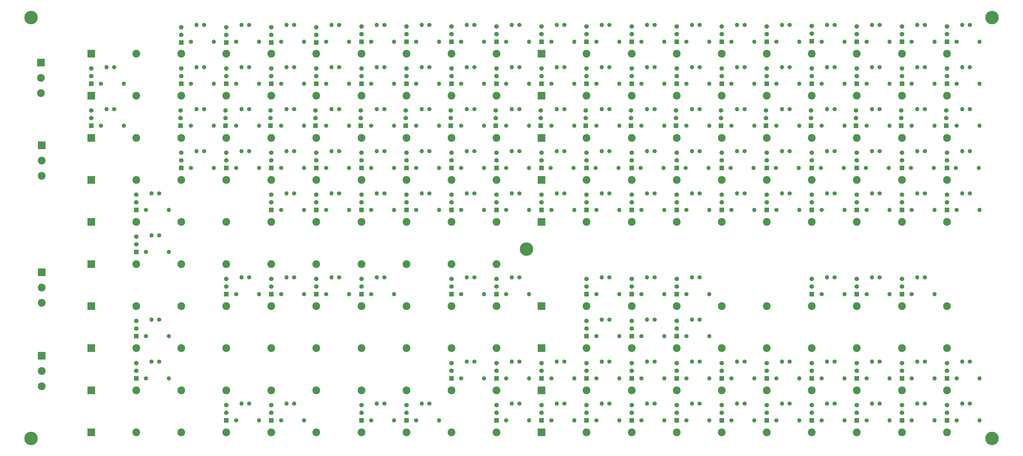
<source format=gbr>
G04 #@! TF.GenerationSoftware,KiCad,Pcbnew,(5.0.0)*
G04 #@! TF.CreationDate,2019-09-22T13:40:32+01:00*
G04 #@! TF.ProjectId,Displayv2,446973706C617976322E6B696361645F,rev?*
G04 #@! TF.SameCoordinates,Original*
G04 #@! TF.FileFunction,Soldermask,Bot*
G04 #@! TF.FilePolarity,Negative*
%FSLAX46Y46*%
G04 Gerber Fmt 4.6, Leading zero omitted, Abs format (unit mm)*
G04 Created by KiCad (PCBNEW (5.0.0)) date 09/22/19 13:40:32*
%MOMM*%
%LPD*%
G01*
G04 APERTURE LIST*
%ADD10O,1.400000X1.400000*%
%ADD11C,1.400000*%
%ADD12C,1.500000*%
%ADD13R,1.500000X1.500000*%
%ADD14R,2.600000X2.600000*%
%ADD15C,2.600000*%
%ADD16C,4.500000*%
G04 APERTURE END LIST*
D10*
G04 #@! TO.C,R56*
X300870000Y-71000000D03*
D11*
X293250000Y-71000000D03*
G04 #@! TD*
G04 #@! TO.C,R194*
X263250000Y-169000000D03*
D10*
X270870000Y-169000000D03*
G04 #@! TD*
D11*
G04 #@! TO.C,R201*
X368250000Y-169000000D03*
D10*
X375870000Y-169000000D03*
G04 #@! TD*
D11*
G04 #@! TO.C,R195*
X278250000Y-169000000D03*
D10*
X285870000Y-169000000D03*
G04 #@! TD*
D11*
G04 #@! TO.C,R185*
X128250000Y-169000000D03*
D10*
X135870000Y-169000000D03*
G04 #@! TD*
D11*
G04 #@! TO.C,R189*
X188250000Y-169000000D03*
D10*
X195870000Y-169000000D03*
G04 #@! TD*
D11*
G04 #@! TO.C,R192*
X233250000Y-169000000D03*
D10*
X240870000Y-169000000D03*
G04 #@! TD*
D11*
G04 #@! TO.C,R200*
X353250000Y-169000000D03*
D10*
X360870000Y-169000000D03*
G04 #@! TD*
D11*
G04 #@! TO.C,R193*
X248250000Y-169000000D03*
D10*
X255870000Y-169000000D03*
G04 #@! TD*
D11*
G04 #@! TO.C,R198*
X323250000Y-169000000D03*
D10*
X330870000Y-169000000D03*
G04 #@! TD*
D11*
G04 #@! TO.C,R191*
X218250000Y-169000000D03*
D10*
X225870000Y-169000000D03*
G04 #@! TD*
D11*
G04 #@! TO.C,R196*
X293250000Y-169000000D03*
D10*
X300870000Y-169000000D03*
G04 #@! TD*
D11*
G04 #@! TO.C,R199*
X338250000Y-169000000D03*
D10*
X345870000Y-169000000D03*
G04 #@! TD*
D11*
G04 #@! TO.C,R188*
X173250000Y-169000000D03*
D10*
X180870000Y-169000000D03*
G04 #@! TD*
D11*
G04 #@! TO.C,R197*
X308250000Y-169000000D03*
D10*
X315870000Y-169000000D03*
G04 #@! TD*
D11*
G04 #@! TO.C,R186*
X143250000Y-169000000D03*
D10*
X150870000Y-169000000D03*
G04 #@! TD*
D11*
G04 #@! TO.C,R181*
X368250000Y-155000000D03*
D10*
X375870000Y-155000000D03*
G04 #@! TD*
D11*
G04 #@! TO.C,R175*
X278250000Y-155000000D03*
D10*
X285870000Y-155000000D03*
G04 #@! TD*
D11*
G04 #@! TO.C,R174*
X263250000Y-155000000D03*
D10*
X270870000Y-155000000D03*
G04 #@! TD*
D11*
G04 #@! TO.C,R179*
X338250000Y-155000000D03*
D10*
X345870000Y-155000000D03*
G04 #@! TD*
D11*
G04 #@! TO.C,R180*
X353250000Y-155000000D03*
D10*
X360870000Y-155000000D03*
G04 #@! TD*
D11*
G04 #@! TO.C,R173*
X248250000Y-155000000D03*
D10*
X255870000Y-155000000D03*
G04 #@! TD*
D11*
G04 #@! TO.C,R176*
X293250000Y-155000000D03*
D10*
X300870000Y-155000000D03*
G04 #@! TD*
D11*
G04 #@! TO.C,R171*
X218250000Y-155000000D03*
D10*
X225870000Y-155000000D03*
G04 #@! TD*
D11*
G04 #@! TO.C,R178*
X323250000Y-155000000D03*
D10*
X330870000Y-155000000D03*
G04 #@! TD*
D11*
G04 #@! TO.C,R172*
X233250000Y-155000000D03*
D10*
X240870000Y-155000000D03*
G04 #@! TD*
D11*
G04 #@! TO.C,R163*
X98250000Y-155000000D03*
D10*
X105870000Y-155000000D03*
G04 #@! TD*
D11*
G04 #@! TO.C,R170*
X203250000Y-155000000D03*
D10*
X210870000Y-155000000D03*
G04 #@! TD*
D11*
G04 #@! TO.C,R177*
X308250000Y-155000000D03*
D10*
X315870000Y-155000000D03*
G04 #@! TD*
D11*
G04 #@! TO.C,R155*
X278250000Y-141000000D03*
D10*
X285870000Y-141000000D03*
G04 #@! TD*
D11*
G04 #@! TO.C,R154*
X263250000Y-141000000D03*
D10*
X270870000Y-141000000D03*
G04 #@! TD*
D11*
G04 #@! TO.C,R153*
X248250000Y-141000000D03*
D10*
X255870000Y-141000000D03*
G04 #@! TD*
D11*
G04 #@! TO.C,R143*
X98250000Y-141000000D03*
D10*
X105870000Y-141000000D03*
G04 #@! TD*
D11*
G04 #@! TO.C,R135*
X278250000Y-127000000D03*
D10*
X285870000Y-127000000D03*
G04 #@! TD*
D11*
G04 #@! TO.C,R139*
X338250000Y-127000000D03*
D10*
X345870000Y-127000000D03*
G04 #@! TD*
D11*
G04 #@! TO.C,R134*
X263250000Y-127000000D03*
D10*
X270870000Y-127000000D03*
G04 #@! TD*
D11*
G04 #@! TO.C,R140*
X353250000Y-127000000D03*
D10*
X360870000Y-127000000D03*
G04 #@! TD*
D11*
G04 #@! TO.C,R133*
X248250000Y-127000000D03*
D10*
X255870000Y-127000000D03*
G04 #@! TD*
D11*
G04 #@! TO.C,R138*
X323250000Y-127000000D03*
D10*
X330870000Y-127000000D03*
G04 #@! TD*
D11*
G04 #@! TO.C,R131*
X218250000Y-127000000D03*
D10*
X225870000Y-127000000D03*
G04 #@! TD*
D11*
G04 #@! TO.C,R126*
X143250000Y-127000000D03*
D10*
X150870000Y-127000000D03*
G04 #@! TD*
D11*
G04 #@! TO.C,R128*
X173250000Y-127000000D03*
D10*
X180870000Y-127000000D03*
G04 #@! TD*
D11*
G04 #@! TO.C,R125*
X128250000Y-127000000D03*
D10*
X135870000Y-127000000D03*
G04 #@! TD*
D11*
G04 #@! TO.C,R127*
X158250000Y-127000000D03*
D10*
X165870000Y-127000000D03*
G04 #@! TD*
D11*
G04 #@! TO.C,R130*
X203250000Y-127000000D03*
D10*
X210870000Y-127000000D03*
G04 #@! TD*
D11*
G04 #@! TO.C,R103*
X98250000Y-113000000D03*
D10*
X105870000Y-113000000D03*
G04 #@! TD*
D11*
G04 #@! TO.C,R93*
X248250000Y-99000000D03*
D10*
X255870000Y-99000000D03*
G04 #@! TD*
D11*
G04 #@! TO.C,R92*
X233250000Y-99000000D03*
D10*
X240870000Y-99000000D03*
G04 #@! TD*
D11*
G04 #@! TO.C,R97*
X308250000Y-99000000D03*
D10*
X315870000Y-99000000D03*
G04 #@! TD*
D11*
G04 #@! TO.C,R98*
X323250000Y-99000000D03*
D10*
X330870000Y-99000000D03*
G04 #@! TD*
D11*
G04 #@! TO.C,R99*
X338250000Y-99000000D03*
D10*
X345870000Y-99000000D03*
G04 #@! TD*
D11*
G04 #@! TO.C,R96*
X293250000Y-99000000D03*
D10*
X300870000Y-99000000D03*
G04 #@! TD*
D11*
G04 #@! TO.C,R101*
X368250000Y-99000000D03*
D10*
X375870000Y-99000000D03*
G04 #@! TD*
D11*
G04 #@! TO.C,R100*
X353250000Y-99000000D03*
D10*
X360870000Y-99000000D03*
G04 #@! TD*
D11*
G04 #@! TO.C,R94*
X263250000Y-99000000D03*
D10*
X270870000Y-99000000D03*
G04 #@! TD*
D11*
G04 #@! TO.C,R95*
X278250000Y-99000000D03*
D10*
X285870000Y-99000000D03*
G04 #@! TD*
D11*
G04 #@! TO.C,R86*
X143250000Y-99000000D03*
D10*
X150870000Y-99000000D03*
G04 #@! TD*
D11*
G04 #@! TO.C,R88*
X173250000Y-99000000D03*
D10*
X180870000Y-99000000D03*
G04 #@! TD*
D11*
G04 #@! TO.C,R91*
X218250000Y-99000000D03*
D10*
X225870000Y-99000000D03*
G04 #@! TD*
D11*
G04 #@! TO.C,R89*
X188250000Y-99000000D03*
D10*
X195870000Y-99000000D03*
G04 #@! TD*
D11*
G04 #@! TO.C,R90*
X203250000Y-99000000D03*
D10*
X210870000Y-99000000D03*
G04 #@! TD*
D11*
G04 #@! TO.C,R83*
X98250000Y-99000000D03*
D10*
X105870000Y-99000000D03*
G04 #@! TD*
D11*
G04 #@! TO.C,R87*
X158250000Y-99000000D03*
D10*
X165870000Y-99000000D03*
G04 #@! TD*
D11*
G04 #@! TO.C,R79*
X338000000Y-85000000D03*
D10*
X345620000Y-85000000D03*
G04 #@! TD*
D11*
G04 #@! TO.C,R77*
X308000000Y-85000000D03*
D10*
X315620000Y-85000000D03*
G04 #@! TD*
D11*
G04 #@! TO.C,R80*
X353000000Y-85000000D03*
D10*
X360620000Y-85000000D03*
G04 #@! TD*
D11*
G04 #@! TO.C,R81*
X368000000Y-85000000D03*
D10*
X375620000Y-85000000D03*
G04 #@! TD*
D11*
G04 #@! TO.C,R76*
X293000000Y-85000000D03*
D10*
X300620000Y-85000000D03*
G04 #@! TD*
D11*
G04 #@! TO.C,R78*
X323000000Y-85000000D03*
D10*
X330620000Y-85000000D03*
G04 #@! TD*
D11*
G04 #@! TO.C,R73*
X248000000Y-85000000D03*
D10*
X255620000Y-85000000D03*
G04 #@! TD*
D11*
G04 #@! TO.C,R72*
X233000000Y-85000000D03*
D10*
X240620000Y-85000000D03*
G04 #@! TD*
D11*
G04 #@! TO.C,R75*
X278000000Y-85000000D03*
D10*
X285620000Y-85000000D03*
G04 #@! TD*
D11*
G04 #@! TO.C,R74*
X263000000Y-85000000D03*
D10*
X270620000Y-85000000D03*
G04 #@! TD*
D11*
G04 #@! TO.C,R68*
X173250000Y-85000000D03*
D10*
X180870000Y-85000000D03*
G04 #@! TD*
D11*
G04 #@! TO.C,R64*
X113250000Y-85000000D03*
D10*
X120870000Y-85000000D03*
G04 #@! TD*
D11*
G04 #@! TO.C,R66*
X143250000Y-85000000D03*
D10*
X150870000Y-85000000D03*
G04 #@! TD*
D11*
G04 #@! TO.C,R65*
X128250000Y-85000000D03*
D10*
X135870000Y-85000000D03*
G04 #@! TD*
D11*
G04 #@! TO.C,R70*
X203250000Y-85000000D03*
D10*
X210870000Y-85000000D03*
G04 #@! TD*
D11*
G04 #@! TO.C,R69*
X188250000Y-85000000D03*
D10*
X195870000Y-85000000D03*
G04 #@! TD*
D11*
G04 #@! TO.C,R67*
X158250000Y-85000000D03*
D10*
X165870000Y-85000000D03*
G04 #@! TD*
D11*
G04 #@! TO.C,R71*
X218250000Y-85000000D03*
D10*
X225870000Y-85000000D03*
G04 #@! TD*
D11*
G04 #@! TO.C,R4*
X113250000Y-43000000D03*
D10*
X120870000Y-43000000D03*
G04 #@! TD*
D11*
G04 #@! TO.C,R5*
X128250000Y-43000000D03*
D10*
X135870000Y-43000000D03*
G04 #@! TD*
D11*
G04 #@! TO.C,R6*
X143250000Y-43000000D03*
D10*
X150870000Y-43000000D03*
G04 #@! TD*
D11*
G04 #@! TO.C,R7*
X158250000Y-43000000D03*
D10*
X165870000Y-43000000D03*
G04 #@! TD*
D11*
G04 #@! TO.C,R8*
X173250000Y-43000000D03*
D10*
X180870000Y-43000000D03*
G04 #@! TD*
D11*
G04 #@! TO.C,R9*
X188250000Y-43000000D03*
D10*
X195870000Y-43000000D03*
G04 #@! TD*
D11*
G04 #@! TO.C,R10*
X203250000Y-43000000D03*
D10*
X210870000Y-43000000D03*
G04 #@! TD*
D11*
G04 #@! TO.C,R11*
X218250000Y-43000000D03*
D10*
X225870000Y-43000000D03*
G04 #@! TD*
D11*
G04 #@! TO.C,R12*
X233250000Y-43000000D03*
D10*
X240870000Y-43000000D03*
G04 #@! TD*
D11*
G04 #@! TO.C,R13*
X248250000Y-43000000D03*
D10*
X255870000Y-43000000D03*
G04 #@! TD*
D11*
G04 #@! TO.C,R14*
X263250000Y-43000000D03*
D10*
X270870000Y-43000000D03*
G04 #@! TD*
D11*
G04 #@! TO.C,R15*
X278250000Y-43000000D03*
D10*
X285870000Y-43000000D03*
G04 #@! TD*
D11*
G04 #@! TO.C,R16*
X293250000Y-43000000D03*
D10*
X300870000Y-43000000D03*
G04 #@! TD*
D11*
G04 #@! TO.C,R17*
X308250000Y-43000000D03*
D10*
X315870000Y-43000000D03*
G04 #@! TD*
D11*
G04 #@! TO.C,R18*
X323250000Y-43000000D03*
D10*
X330870000Y-43000000D03*
G04 #@! TD*
D11*
G04 #@! TO.C,R19*
X338250000Y-43000000D03*
D10*
X345870000Y-43000000D03*
G04 #@! TD*
D11*
G04 #@! TO.C,R20*
X353250000Y-43000000D03*
D10*
X360870000Y-43000000D03*
G04 #@! TD*
D11*
G04 #@! TO.C,R21*
X368250000Y-43000000D03*
D10*
X375870000Y-43000000D03*
G04 #@! TD*
D11*
G04 #@! TO.C,R22*
X83250000Y-57000000D03*
D10*
X90870000Y-57000000D03*
G04 #@! TD*
D11*
G04 #@! TO.C,R24*
X113250000Y-57000000D03*
D10*
X120870000Y-57000000D03*
G04 #@! TD*
D11*
G04 #@! TO.C,R25*
X128250000Y-57000000D03*
D10*
X135870000Y-57000000D03*
G04 #@! TD*
D11*
G04 #@! TO.C,R26*
X143250000Y-57000000D03*
D10*
X150870000Y-57000000D03*
G04 #@! TD*
D11*
G04 #@! TO.C,R27*
X158250000Y-57000000D03*
D10*
X165870000Y-57000000D03*
G04 #@! TD*
D11*
G04 #@! TO.C,R28*
X173250000Y-57000000D03*
D10*
X180870000Y-57000000D03*
G04 #@! TD*
D11*
G04 #@! TO.C,R29*
X188250000Y-57000000D03*
D10*
X195870000Y-57000000D03*
G04 #@! TD*
D11*
G04 #@! TO.C,R30*
X203250000Y-57000000D03*
D10*
X210870000Y-57000000D03*
G04 #@! TD*
D11*
G04 #@! TO.C,R31*
X218250000Y-57000000D03*
D10*
X225870000Y-57000000D03*
G04 #@! TD*
D11*
G04 #@! TO.C,R32*
X233250000Y-57000000D03*
D10*
X240870000Y-57000000D03*
G04 #@! TD*
D11*
G04 #@! TO.C,R33*
X248250000Y-57000000D03*
D10*
X255870000Y-57000000D03*
G04 #@! TD*
D11*
G04 #@! TO.C,R34*
X263250000Y-57000000D03*
D10*
X270870000Y-57000000D03*
G04 #@! TD*
D11*
G04 #@! TO.C,R35*
X278250000Y-57000000D03*
D10*
X285870000Y-57000000D03*
G04 #@! TD*
D11*
G04 #@! TO.C,R36*
X293250000Y-57000000D03*
D10*
X300870000Y-57000000D03*
G04 #@! TD*
D11*
G04 #@! TO.C,R37*
X308250000Y-57000000D03*
D10*
X315870000Y-57000000D03*
G04 #@! TD*
D11*
G04 #@! TO.C,R38*
X323250000Y-57000000D03*
D10*
X330870000Y-57000000D03*
G04 #@! TD*
D11*
G04 #@! TO.C,R39*
X338250000Y-57000000D03*
D10*
X345870000Y-57000000D03*
G04 #@! TD*
D11*
G04 #@! TO.C,R40*
X353250000Y-57000000D03*
D10*
X360870000Y-57000000D03*
G04 #@! TD*
D11*
G04 #@! TO.C,R41*
X368250000Y-57000000D03*
D10*
X375870000Y-57000000D03*
G04 #@! TD*
D11*
G04 #@! TO.C,R42*
X83250000Y-71000000D03*
D10*
X90870000Y-71000000D03*
G04 #@! TD*
D11*
G04 #@! TO.C,R44*
X113250000Y-71000000D03*
D10*
X120870000Y-71000000D03*
G04 #@! TD*
D11*
G04 #@! TO.C,R45*
X128250000Y-71000000D03*
D10*
X135870000Y-71000000D03*
G04 #@! TD*
D11*
G04 #@! TO.C,R46*
X143250000Y-71000000D03*
D10*
X150870000Y-71000000D03*
G04 #@! TD*
D11*
G04 #@! TO.C,R47*
X158250000Y-71000000D03*
D10*
X165870000Y-71000000D03*
G04 #@! TD*
D11*
G04 #@! TO.C,R48*
X173250000Y-71000000D03*
D10*
X180870000Y-71000000D03*
G04 #@! TD*
D11*
G04 #@! TO.C,R49*
X188250000Y-71000000D03*
D10*
X195870000Y-71000000D03*
G04 #@! TD*
D11*
G04 #@! TO.C,R50*
X203250000Y-71000000D03*
D10*
X210870000Y-71000000D03*
G04 #@! TD*
D11*
G04 #@! TO.C,R51*
X218250000Y-71000000D03*
D10*
X225870000Y-71000000D03*
G04 #@! TD*
D11*
G04 #@! TO.C,R52*
X233250000Y-71000000D03*
D10*
X240870000Y-71000000D03*
G04 #@! TD*
D11*
G04 #@! TO.C,R53*
X248250000Y-71000000D03*
D10*
X255870000Y-71000000D03*
G04 #@! TD*
D11*
G04 #@! TO.C,R54*
X263250000Y-71000000D03*
D10*
X270870000Y-71000000D03*
G04 #@! TD*
D11*
G04 #@! TO.C,R55*
X278250000Y-71000000D03*
D10*
X285870000Y-71000000D03*
G04 #@! TD*
D11*
G04 #@! TO.C,R57*
X308250000Y-71000000D03*
D10*
X315870000Y-71000000D03*
G04 #@! TD*
D11*
G04 #@! TO.C,R58*
X323250000Y-71000000D03*
D10*
X330870000Y-71000000D03*
G04 #@! TD*
D11*
G04 #@! TO.C,R59*
X338250000Y-71000000D03*
D10*
X345870000Y-71000000D03*
G04 #@! TD*
D11*
G04 #@! TO.C,R60*
X353250000Y-71000000D03*
D10*
X360870000Y-71000000D03*
G04 #@! TD*
D11*
G04 #@! TO.C,R61*
X368250000Y-71000000D03*
D10*
X375870000Y-71000000D03*
G04 #@! TD*
D12*
G04 #@! TO.C,Q3*
X110000000Y-40710000D03*
X110000000Y-38170000D03*
D13*
X110000000Y-43250000D03*
G04 #@! TD*
D12*
G04 #@! TO.C,Q194*
X275000000Y-166460000D03*
X275000000Y-163920000D03*
D13*
X275000000Y-169000000D03*
G04 #@! TD*
D12*
G04 #@! TO.C,Q193*
X260000000Y-166460000D03*
X260000000Y-163920000D03*
D13*
X260000000Y-169000000D03*
G04 #@! TD*
D12*
G04 #@! TO.C,Q192*
X245000000Y-166460000D03*
X245000000Y-163920000D03*
D13*
X245000000Y-169000000D03*
G04 #@! TD*
D12*
G04 #@! TO.C,Q191*
X230000000Y-166460000D03*
X230000000Y-163920000D03*
D13*
X230000000Y-169000000D03*
G04 #@! TD*
D12*
G04 #@! TO.C,Q197*
X320000000Y-166460000D03*
X320000000Y-163920000D03*
D13*
X320000000Y-169000000D03*
G04 #@! TD*
D12*
G04 #@! TO.C,Q187*
X170000000Y-166460000D03*
X170000000Y-163920000D03*
D13*
X170000000Y-169000000D03*
G04 #@! TD*
D12*
G04 #@! TO.C,Q198*
X335000000Y-166460000D03*
X335000000Y-163920000D03*
D13*
X335000000Y-169000000D03*
G04 #@! TD*
D12*
G04 #@! TO.C,Q200*
X365000000Y-166460000D03*
X365000000Y-163920000D03*
D13*
X365000000Y-169000000D03*
G04 #@! TD*
D12*
G04 #@! TO.C,Q188*
X185000000Y-166460000D03*
X185000000Y-163920000D03*
D13*
X185000000Y-169000000D03*
G04 #@! TD*
D12*
G04 #@! TO.C,Q195*
X290000000Y-166460000D03*
X290000000Y-163920000D03*
D13*
X290000000Y-169000000D03*
G04 #@! TD*
D12*
G04 #@! TO.C,Q184*
X125000000Y-166460000D03*
X125000000Y-163920000D03*
D13*
X125000000Y-169000000D03*
G04 #@! TD*
D12*
G04 #@! TO.C,Q196*
X305000000Y-166460000D03*
X305000000Y-163920000D03*
D13*
X305000000Y-169000000D03*
G04 #@! TD*
D12*
G04 #@! TO.C,Q185*
X140000000Y-166460000D03*
X140000000Y-163920000D03*
D13*
X140000000Y-169000000D03*
G04 #@! TD*
D12*
G04 #@! TO.C,Q190*
X215000000Y-166460000D03*
X215000000Y-163920000D03*
D13*
X215000000Y-169000000D03*
G04 #@! TD*
D12*
G04 #@! TO.C,Q199*
X350000000Y-166460000D03*
X350000000Y-163920000D03*
D13*
X350000000Y-169000000D03*
G04 #@! TD*
D12*
G04 #@! TO.C,Q171*
X230000000Y-152460000D03*
X230000000Y-149920000D03*
D13*
X230000000Y-155000000D03*
G04 #@! TD*
D12*
G04 #@! TO.C,Q172*
X245000000Y-152460000D03*
X245000000Y-149920000D03*
D13*
X245000000Y-155000000D03*
G04 #@! TD*
D12*
G04 #@! TO.C,Q174*
X275000000Y-152460000D03*
X275000000Y-149920000D03*
D13*
X275000000Y-155000000D03*
G04 #@! TD*
D12*
G04 #@! TO.C,Q173*
X260000000Y-152460000D03*
X260000000Y-149920000D03*
D13*
X260000000Y-155000000D03*
G04 #@! TD*
D12*
G04 #@! TO.C,Q176*
X305000000Y-152460000D03*
X305000000Y-149920000D03*
D13*
X305000000Y-155000000D03*
G04 #@! TD*
D12*
G04 #@! TO.C,Q175*
X290000000Y-152460000D03*
X290000000Y-149920000D03*
D13*
X290000000Y-155000000D03*
G04 #@! TD*
D12*
G04 #@! TO.C,Q170*
X215000000Y-152460000D03*
X215000000Y-149920000D03*
D13*
X215000000Y-155000000D03*
G04 #@! TD*
D12*
G04 #@! TO.C,Q179*
X350000000Y-152460000D03*
X350000000Y-149920000D03*
D13*
X350000000Y-155000000D03*
G04 #@! TD*
D12*
G04 #@! TO.C,Q162*
X95000000Y-152460000D03*
X95000000Y-149920000D03*
D13*
X95000000Y-155000000D03*
G04 #@! TD*
D12*
G04 #@! TO.C,Q169*
X200000000Y-152460000D03*
X200000000Y-149920000D03*
D13*
X200000000Y-155000000D03*
G04 #@! TD*
D12*
G04 #@! TO.C,Q180*
X365000000Y-152460000D03*
X365000000Y-149920000D03*
D13*
X365000000Y-155000000D03*
G04 #@! TD*
D12*
G04 #@! TO.C,Q178*
X335000000Y-152460000D03*
X335000000Y-149920000D03*
D13*
X335000000Y-155000000D03*
G04 #@! TD*
D12*
G04 #@! TO.C,Q177*
X320000000Y-152460000D03*
X320000000Y-149920000D03*
D13*
X320000000Y-155000000D03*
G04 #@! TD*
D12*
G04 #@! TO.C,Q153*
X260000000Y-138460000D03*
X260000000Y-135920000D03*
D13*
X260000000Y-141000000D03*
G04 #@! TD*
D12*
G04 #@! TO.C,Q154*
X275000000Y-138460000D03*
X275000000Y-135920000D03*
D13*
X275000000Y-141000000D03*
G04 #@! TD*
D12*
G04 #@! TO.C,Q152*
X245000000Y-138460000D03*
X245000000Y-135920000D03*
D13*
X245000000Y-141000000D03*
G04 #@! TD*
D12*
G04 #@! TO.C,Q142*
X95000000Y-138460000D03*
X95000000Y-135920000D03*
D13*
X95000000Y-141000000D03*
G04 #@! TD*
D12*
G04 #@! TO.C,Q133*
X260000000Y-124460000D03*
X260000000Y-121920000D03*
D13*
X260000000Y-127000000D03*
G04 #@! TD*
D12*
G04 #@! TO.C,Q134*
X275000000Y-124460000D03*
X275000000Y-121920000D03*
D13*
X275000000Y-127000000D03*
G04 #@! TD*
D12*
G04 #@! TO.C,Q132*
X245000000Y-124460000D03*
X245000000Y-121920000D03*
D13*
X245000000Y-127000000D03*
G04 #@! TD*
D12*
G04 #@! TO.C,Q125*
X140000000Y-124460000D03*
X140000000Y-121920000D03*
D13*
X140000000Y-127000000D03*
G04 #@! TD*
D12*
G04 #@! TO.C,Q124*
X125000000Y-124460000D03*
X125000000Y-121920000D03*
D13*
X125000000Y-127000000D03*
G04 #@! TD*
D12*
G04 #@! TO.C,Q138*
X335000000Y-124460000D03*
X335000000Y-121920000D03*
D13*
X335000000Y-127000000D03*
G04 #@! TD*
D12*
G04 #@! TO.C,Q137*
X320000000Y-124460000D03*
X320000000Y-121920000D03*
D13*
X320000000Y-127000000D03*
G04 #@! TD*
D12*
G04 #@! TO.C,Q139*
X350000000Y-124460000D03*
X350000000Y-121920000D03*
D13*
X350000000Y-127000000D03*
G04 #@! TD*
D12*
G04 #@! TO.C,Q126*
X155000000Y-124460000D03*
X155000000Y-121920000D03*
D13*
X155000000Y-127000000D03*
G04 #@! TD*
D12*
G04 #@! TO.C,Q127*
X170000000Y-124460000D03*
X170000000Y-121920000D03*
D13*
X170000000Y-127000000D03*
G04 #@! TD*
D12*
G04 #@! TO.C,Q130*
X215000000Y-124460000D03*
X215000000Y-121920000D03*
D13*
X215000000Y-127000000D03*
G04 #@! TD*
D12*
G04 #@! TO.C,Q129*
X200000000Y-124460000D03*
X200000000Y-121920000D03*
D13*
X200000000Y-127000000D03*
G04 #@! TD*
D12*
G04 #@! TO.C,Q102*
X95000000Y-110460000D03*
X95000000Y-107920000D03*
D13*
X95000000Y-113000000D03*
G04 #@! TD*
D12*
G04 #@! TO.C,Q100*
X365000000Y-96460000D03*
X365000000Y-93920000D03*
D13*
X365000000Y-99000000D03*
G04 #@! TD*
D12*
G04 #@! TO.C,Q98*
X335000000Y-96460000D03*
X335000000Y-93920000D03*
D13*
X335000000Y-99000000D03*
G04 #@! TD*
D12*
G04 #@! TO.C,Q99*
X350000000Y-96460000D03*
X350000000Y-93920000D03*
D13*
X350000000Y-99000000D03*
G04 #@! TD*
D12*
G04 #@! TO.C,Q97*
X320000000Y-96460000D03*
X320000000Y-93920000D03*
D13*
X320000000Y-99000000D03*
G04 #@! TD*
D12*
G04 #@! TO.C,Q95*
X290000000Y-96460000D03*
X290000000Y-93920000D03*
D13*
X290000000Y-99000000D03*
G04 #@! TD*
D12*
G04 #@! TO.C,Q94*
X275000000Y-96460000D03*
X275000000Y-93920000D03*
D13*
X275000000Y-99000000D03*
G04 #@! TD*
D12*
G04 #@! TO.C,Q93*
X260000000Y-96460000D03*
X260000000Y-93920000D03*
D13*
X260000000Y-99000000D03*
G04 #@! TD*
D12*
G04 #@! TO.C,Q96*
X305000000Y-96460000D03*
X305000000Y-93920000D03*
D13*
X305000000Y-99000000D03*
G04 #@! TD*
D12*
G04 #@! TO.C,Q91*
X230000000Y-96460000D03*
X230000000Y-93920000D03*
D13*
X230000000Y-99000000D03*
G04 #@! TD*
D12*
G04 #@! TO.C,Q92*
X245000000Y-96460000D03*
X245000000Y-93920000D03*
D13*
X245000000Y-99000000D03*
G04 #@! TD*
D12*
G04 #@! TO.C,Q86*
X155000000Y-96460000D03*
X155000000Y-93920000D03*
D13*
X155000000Y-99000000D03*
G04 #@! TD*
D12*
G04 #@! TO.C,Q89*
X200000000Y-96460000D03*
X200000000Y-93920000D03*
D13*
X200000000Y-99000000D03*
G04 #@! TD*
D12*
G04 #@! TO.C,Q87*
X170000000Y-96460000D03*
X170000000Y-93920000D03*
D13*
X170000000Y-99000000D03*
G04 #@! TD*
D12*
G04 #@! TO.C,Q82*
X95000000Y-96460000D03*
X95000000Y-93920000D03*
D13*
X95000000Y-99000000D03*
G04 #@! TD*
D12*
G04 #@! TO.C,Q88*
X185000000Y-96460000D03*
X185000000Y-93920000D03*
D13*
X185000000Y-99000000D03*
G04 #@! TD*
D12*
G04 #@! TO.C,Q90*
X215000000Y-96460000D03*
X215000000Y-93920000D03*
D13*
X215000000Y-99000000D03*
G04 #@! TD*
D12*
G04 #@! TO.C,Q85*
X140000000Y-96460000D03*
X140000000Y-93920000D03*
D13*
X140000000Y-99000000D03*
G04 #@! TD*
D12*
G04 #@! TO.C,Q75*
X290000000Y-82460000D03*
X290000000Y-79920000D03*
D13*
X290000000Y-85000000D03*
G04 #@! TD*
D12*
G04 #@! TO.C,Q77*
X320000000Y-82460000D03*
X320000000Y-79920000D03*
D13*
X320000000Y-85000000D03*
G04 #@! TD*
D12*
G04 #@! TO.C,Q80*
X365000000Y-82460000D03*
X365000000Y-79920000D03*
D13*
X365000000Y-85000000D03*
G04 #@! TD*
D12*
G04 #@! TO.C,Q79*
X350000000Y-82460000D03*
X350000000Y-79920000D03*
D13*
X350000000Y-85000000D03*
G04 #@! TD*
D12*
G04 #@! TO.C,Q78*
X335000000Y-82460000D03*
X335000000Y-79920000D03*
D13*
X335000000Y-85000000D03*
G04 #@! TD*
D12*
G04 #@! TO.C,Q76*
X305000000Y-82460000D03*
X305000000Y-79920000D03*
D13*
X305000000Y-85000000D03*
G04 #@! TD*
D12*
G04 #@! TO.C,Q74*
X275000000Y-82460000D03*
X275000000Y-79920000D03*
D13*
X275000000Y-85000000D03*
G04 #@! TD*
D12*
G04 #@! TO.C,Q73*
X260000000Y-82460000D03*
X260000000Y-79920000D03*
D13*
X260000000Y-85000000D03*
G04 #@! TD*
D12*
G04 #@! TO.C,Q72*
X245000000Y-82460000D03*
X245000000Y-79920000D03*
D13*
X245000000Y-85000000D03*
G04 #@! TD*
D12*
G04 #@! TO.C,Q71*
X230000000Y-82460000D03*
X230000000Y-79920000D03*
D13*
X230000000Y-85000000D03*
G04 #@! TD*
D12*
G04 #@! TO.C,Q66*
X155000000Y-82460000D03*
X155000000Y-79920000D03*
D13*
X155000000Y-85000000D03*
G04 #@! TD*
D12*
G04 #@! TO.C,Q67*
X170000000Y-82460000D03*
X170000000Y-79920000D03*
D13*
X170000000Y-85000000D03*
G04 #@! TD*
D12*
G04 #@! TO.C,Q69*
X200000000Y-82460000D03*
X200000000Y-79920000D03*
D13*
X200000000Y-85000000D03*
G04 #@! TD*
D12*
G04 #@! TO.C,Q70*
X215000000Y-82460000D03*
X215000000Y-79920000D03*
D13*
X215000000Y-85000000D03*
G04 #@! TD*
D12*
G04 #@! TO.C,Q64*
X125000000Y-82460000D03*
X125000000Y-79920000D03*
D13*
X125000000Y-85000000D03*
G04 #@! TD*
D12*
G04 #@! TO.C,Q63*
X110000000Y-82460000D03*
X110000000Y-79920000D03*
D13*
X110000000Y-85000000D03*
G04 #@! TD*
D12*
G04 #@! TO.C,Q68*
X185000000Y-82460000D03*
X185000000Y-79920000D03*
D13*
X185000000Y-85000000D03*
G04 #@! TD*
D12*
G04 #@! TO.C,Q65*
X140000000Y-82460000D03*
X140000000Y-79920000D03*
D13*
X140000000Y-85000000D03*
G04 #@! TD*
D12*
G04 #@! TO.C,Q4*
X125000000Y-40710000D03*
X125000000Y-38170000D03*
D13*
X125000000Y-43250000D03*
G04 #@! TD*
D12*
G04 #@! TO.C,Q5*
X140000000Y-40710000D03*
X140000000Y-38170000D03*
D13*
X140000000Y-43250000D03*
G04 #@! TD*
D12*
G04 #@! TO.C,Q6*
X155000000Y-40710000D03*
X155000000Y-38170000D03*
D13*
X155000000Y-43250000D03*
G04 #@! TD*
D12*
G04 #@! TO.C,Q7*
X170000000Y-40460000D03*
X170000000Y-37920000D03*
D13*
X170000000Y-43000000D03*
G04 #@! TD*
D12*
G04 #@! TO.C,Q8*
X185000000Y-40460000D03*
X185000000Y-37920000D03*
D13*
X185000000Y-43000000D03*
G04 #@! TD*
D12*
G04 #@! TO.C,Q9*
X200000000Y-40460000D03*
X200000000Y-37920000D03*
D13*
X200000000Y-43000000D03*
G04 #@! TD*
D12*
G04 #@! TO.C,Q10*
X215000000Y-40460000D03*
X215000000Y-37920000D03*
D13*
X215000000Y-43000000D03*
G04 #@! TD*
D12*
G04 #@! TO.C,Q11*
X230000000Y-40460000D03*
X230000000Y-37920000D03*
D13*
X230000000Y-43000000D03*
G04 #@! TD*
D12*
G04 #@! TO.C,Q12*
X245000000Y-40460000D03*
X245000000Y-37920000D03*
D13*
X245000000Y-43000000D03*
G04 #@! TD*
D12*
G04 #@! TO.C,Q13*
X260000000Y-40460000D03*
X260000000Y-37920000D03*
D13*
X260000000Y-43000000D03*
G04 #@! TD*
D12*
G04 #@! TO.C,Q14*
X275000000Y-40460000D03*
X275000000Y-37920000D03*
D13*
X275000000Y-43000000D03*
G04 #@! TD*
D12*
G04 #@! TO.C,Q15*
X290000000Y-40460000D03*
X290000000Y-37920000D03*
D13*
X290000000Y-43000000D03*
G04 #@! TD*
D12*
G04 #@! TO.C,Q16*
X305000000Y-40460000D03*
X305000000Y-37920000D03*
D13*
X305000000Y-43000000D03*
G04 #@! TD*
D12*
G04 #@! TO.C,Q17*
X320000000Y-40358400D03*
X320000000Y-37818400D03*
D13*
X320000000Y-42898400D03*
G04 #@! TD*
D12*
G04 #@! TO.C,Q18*
X335000000Y-40460000D03*
X335000000Y-37920000D03*
D13*
X335000000Y-43000000D03*
G04 #@! TD*
D12*
G04 #@! TO.C,Q19*
X350000000Y-40460000D03*
X350000000Y-37920000D03*
D13*
X350000000Y-43000000D03*
G04 #@! TD*
D12*
G04 #@! TO.C,Q20*
X365000000Y-40460000D03*
X365000000Y-37920000D03*
D13*
X365000000Y-43000000D03*
G04 #@! TD*
D12*
G04 #@! TO.C,Q21*
X80000000Y-54460000D03*
X80000000Y-51920000D03*
D13*
X80000000Y-57000000D03*
G04 #@! TD*
D12*
G04 #@! TO.C,Q23*
X110000000Y-54460000D03*
X110000000Y-51920000D03*
D13*
X110000000Y-57000000D03*
G04 #@! TD*
D12*
G04 #@! TO.C,Q24*
X125000000Y-54460000D03*
X125000000Y-51920000D03*
D13*
X125000000Y-57000000D03*
G04 #@! TD*
D12*
G04 #@! TO.C,Q25*
X140000000Y-54460000D03*
X140000000Y-51920000D03*
D13*
X140000000Y-57000000D03*
G04 #@! TD*
D12*
G04 #@! TO.C,Q26*
X155000000Y-54460000D03*
X155000000Y-51920000D03*
D13*
X155000000Y-57000000D03*
G04 #@! TD*
D12*
G04 #@! TO.C,Q27*
X170000000Y-54460000D03*
X170000000Y-51920000D03*
D13*
X170000000Y-57000000D03*
G04 #@! TD*
D12*
G04 #@! TO.C,Q28*
X185000000Y-54460000D03*
X185000000Y-51920000D03*
D13*
X185000000Y-57000000D03*
G04 #@! TD*
D12*
G04 #@! TO.C,Q29*
X200000000Y-54460000D03*
X200000000Y-51920000D03*
D13*
X200000000Y-57000000D03*
G04 #@! TD*
D12*
G04 #@! TO.C,Q30*
X215000000Y-54460000D03*
X215000000Y-51920000D03*
D13*
X215000000Y-57000000D03*
G04 #@! TD*
D12*
G04 #@! TO.C,Q31*
X230000000Y-54460000D03*
X230000000Y-51920000D03*
D13*
X230000000Y-57000000D03*
G04 #@! TD*
D12*
G04 #@! TO.C,Q32*
X245000000Y-54460000D03*
X245000000Y-51920000D03*
D13*
X245000000Y-57000000D03*
G04 #@! TD*
D12*
G04 #@! TO.C,Q33*
X260000000Y-54460000D03*
X260000000Y-51920000D03*
D13*
X260000000Y-57000000D03*
G04 #@! TD*
D12*
G04 #@! TO.C,Q34*
X275000000Y-54460000D03*
X275000000Y-51920000D03*
D13*
X275000000Y-57000000D03*
G04 #@! TD*
D12*
G04 #@! TO.C,Q35*
X290000000Y-54460000D03*
X290000000Y-51920000D03*
D13*
X290000000Y-57000000D03*
G04 #@! TD*
D12*
G04 #@! TO.C,Q36*
X305000000Y-54460000D03*
X305000000Y-51920000D03*
D13*
X305000000Y-57000000D03*
G04 #@! TD*
D12*
G04 #@! TO.C,Q37*
X320000000Y-54460000D03*
X320000000Y-51920000D03*
D13*
X320000000Y-57000000D03*
G04 #@! TD*
D12*
G04 #@! TO.C,Q38*
X335000000Y-54460000D03*
X335000000Y-51920000D03*
D13*
X335000000Y-57000000D03*
G04 #@! TD*
D12*
G04 #@! TO.C,Q39*
X350000000Y-54460000D03*
X350000000Y-51920000D03*
D13*
X350000000Y-57000000D03*
G04 #@! TD*
D12*
G04 #@! TO.C,Q40*
X365000000Y-54460000D03*
X365000000Y-51920000D03*
D13*
X365000000Y-57000000D03*
G04 #@! TD*
D12*
G04 #@! TO.C,Q41*
X80000000Y-68460000D03*
X80000000Y-65920000D03*
D13*
X80000000Y-71000000D03*
G04 #@! TD*
D12*
G04 #@! TO.C,Q43*
X109750000Y-68460000D03*
X109750000Y-65920000D03*
D13*
X109750000Y-71000000D03*
G04 #@! TD*
D12*
G04 #@! TO.C,Q44*
X124750000Y-68460000D03*
X124750000Y-65920000D03*
D13*
X124750000Y-71000000D03*
G04 #@! TD*
D12*
G04 #@! TO.C,Q45*
X139750000Y-68460000D03*
X139750000Y-65920000D03*
D13*
X139750000Y-71000000D03*
G04 #@! TD*
D12*
G04 #@! TO.C,Q46*
X154750000Y-68460000D03*
X154750000Y-65920000D03*
D13*
X154750000Y-71000000D03*
G04 #@! TD*
D12*
G04 #@! TO.C,Q47*
X169750000Y-68460000D03*
X169750000Y-65920000D03*
D13*
X169750000Y-71000000D03*
G04 #@! TD*
D12*
G04 #@! TO.C,Q48*
X184750000Y-68460000D03*
X184750000Y-65920000D03*
D13*
X184750000Y-71000000D03*
G04 #@! TD*
D12*
G04 #@! TO.C,Q49*
X199750000Y-68460000D03*
X199750000Y-65920000D03*
D13*
X199750000Y-71000000D03*
G04 #@! TD*
D12*
G04 #@! TO.C,Q50*
X214750000Y-68460000D03*
X214750000Y-65920000D03*
D13*
X214750000Y-71000000D03*
G04 #@! TD*
D12*
G04 #@! TO.C,Q51*
X229750000Y-68460000D03*
X229750000Y-65920000D03*
D13*
X229750000Y-71000000D03*
G04 #@! TD*
D12*
G04 #@! TO.C,Q52*
X244750000Y-68460000D03*
X244750000Y-65920000D03*
D13*
X244750000Y-71000000D03*
G04 #@! TD*
D12*
G04 #@! TO.C,Q53*
X259750000Y-68460000D03*
X259750000Y-65920000D03*
D13*
X259750000Y-71000000D03*
G04 #@! TD*
D12*
G04 #@! TO.C,Q54*
X274750000Y-68460000D03*
X274750000Y-65920000D03*
D13*
X274750000Y-71000000D03*
G04 #@! TD*
D12*
G04 #@! TO.C,Q55*
X289750000Y-68460000D03*
X289750000Y-65920000D03*
D13*
X289750000Y-71000000D03*
G04 #@! TD*
D12*
G04 #@! TO.C,Q56*
X304750000Y-68460000D03*
X304750000Y-65920000D03*
D13*
X304750000Y-71000000D03*
G04 #@! TD*
D12*
G04 #@! TO.C,Q57*
X319750000Y-68460000D03*
X319750000Y-65920000D03*
D13*
X319750000Y-71000000D03*
G04 #@! TD*
D12*
G04 #@! TO.C,Q58*
X334750000Y-68460000D03*
X334750000Y-65920000D03*
D13*
X334750000Y-71000000D03*
G04 #@! TD*
D12*
G04 #@! TO.C,Q59*
X349750000Y-68460000D03*
X349750000Y-65920000D03*
D13*
X349750000Y-71000000D03*
G04 #@! TD*
D12*
G04 #@! TO.C,Q60*
X364750000Y-68460000D03*
X364750000Y-65920000D03*
D13*
X364750000Y-71000000D03*
G04 #@! TD*
D11*
G04 #@! TO.C,NE60*
X372620000Y-65460000D03*
D10*
X370080000Y-65460000D03*
G04 #@! TD*
D11*
G04 #@! TO.C,NE59*
X357620000Y-65460000D03*
D10*
X355080000Y-65460000D03*
G04 #@! TD*
D11*
G04 #@! TO.C,NE58*
X342620000Y-65460000D03*
D10*
X340080000Y-65460000D03*
G04 #@! TD*
D11*
G04 #@! TO.C,NE57*
X327620000Y-65460000D03*
D10*
X325080000Y-65460000D03*
G04 #@! TD*
D11*
G04 #@! TO.C,NE56*
X312620000Y-65460000D03*
D10*
X310080000Y-65460000D03*
G04 #@! TD*
D11*
G04 #@! TO.C,NE55*
X297620000Y-65460000D03*
D10*
X295080000Y-65460000D03*
G04 #@! TD*
D11*
G04 #@! TO.C,NE54*
X282620000Y-65460000D03*
D10*
X280080000Y-65460000D03*
G04 #@! TD*
D11*
G04 #@! TO.C,NE53*
X267620000Y-65460000D03*
D10*
X265080000Y-65460000D03*
G04 #@! TD*
D11*
G04 #@! TO.C,NE52*
X252620000Y-65460000D03*
D10*
X250080000Y-65460000D03*
G04 #@! TD*
D11*
G04 #@! TO.C,NE51*
X237620000Y-65460000D03*
D10*
X235080000Y-65460000D03*
G04 #@! TD*
D11*
G04 #@! TO.C,NE50*
X222620000Y-65460000D03*
D10*
X220080000Y-65460000D03*
G04 #@! TD*
D11*
G04 #@! TO.C,NE49*
X207620000Y-65460000D03*
D10*
X205080000Y-65460000D03*
G04 #@! TD*
D11*
G04 #@! TO.C,NE48*
X192620000Y-65460000D03*
D10*
X190080000Y-65460000D03*
G04 #@! TD*
D11*
G04 #@! TO.C,NE47*
X177620000Y-65460000D03*
D10*
X175080000Y-65460000D03*
G04 #@! TD*
D11*
G04 #@! TO.C,NE46*
X162620000Y-65460000D03*
D10*
X160080000Y-65460000D03*
G04 #@! TD*
D11*
G04 #@! TO.C,NE45*
X147620000Y-65460000D03*
D10*
X145080000Y-65460000D03*
G04 #@! TD*
D11*
G04 #@! TO.C,NE44*
X132620000Y-65460000D03*
D10*
X130080000Y-65460000D03*
G04 #@! TD*
D11*
G04 #@! TO.C,NE43*
X117620000Y-65460000D03*
D10*
X115080000Y-65460000D03*
G04 #@! TD*
D11*
G04 #@! TO.C,NE41*
X87620000Y-65460000D03*
D10*
X85080000Y-65460000D03*
G04 #@! TD*
D11*
G04 #@! TO.C,NE40*
X372620000Y-51460000D03*
D10*
X370080000Y-51460000D03*
G04 #@! TD*
D11*
G04 #@! TO.C,NE39*
X357620000Y-51460000D03*
D10*
X355080000Y-51460000D03*
G04 #@! TD*
D11*
G04 #@! TO.C,NE38*
X342620000Y-51460000D03*
D10*
X340080000Y-51460000D03*
G04 #@! TD*
D11*
G04 #@! TO.C,NE37*
X327620000Y-51460000D03*
D10*
X325080000Y-51460000D03*
G04 #@! TD*
D11*
G04 #@! TO.C,NE36*
X312620000Y-51460000D03*
D10*
X310080000Y-51460000D03*
G04 #@! TD*
D11*
G04 #@! TO.C,NE35*
X297620000Y-51460000D03*
D10*
X295080000Y-51460000D03*
G04 #@! TD*
D11*
G04 #@! TO.C,NE34*
X282620000Y-51460000D03*
D10*
X280080000Y-51460000D03*
G04 #@! TD*
D11*
G04 #@! TO.C,NE33*
X267620000Y-51460000D03*
D10*
X265080000Y-51460000D03*
G04 #@! TD*
D11*
G04 #@! TO.C,NE32*
X252620000Y-51460000D03*
D10*
X250080000Y-51460000D03*
G04 #@! TD*
D11*
G04 #@! TO.C,NE31*
X237620000Y-51460000D03*
D10*
X235080000Y-51460000D03*
G04 #@! TD*
D11*
G04 #@! TO.C,NE30*
X222620000Y-51460000D03*
D10*
X220080000Y-51460000D03*
G04 #@! TD*
D11*
G04 #@! TO.C,NE29*
X207620000Y-51460000D03*
D10*
X205080000Y-51460000D03*
G04 #@! TD*
D11*
G04 #@! TO.C,NE28*
X192620000Y-51460000D03*
D10*
X190080000Y-51460000D03*
G04 #@! TD*
D11*
G04 #@! TO.C,NE27*
X177620000Y-51460000D03*
D10*
X175080000Y-51460000D03*
G04 #@! TD*
D11*
G04 #@! TO.C,NE26*
X162620000Y-51460000D03*
D10*
X160080000Y-51460000D03*
G04 #@! TD*
D11*
G04 #@! TO.C,NE25*
X147620000Y-51460000D03*
D10*
X145080000Y-51460000D03*
G04 #@! TD*
D11*
G04 #@! TO.C,NE24*
X132620000Y-51460000D03*
D10*
X130080000Y-51460000D03*
G04 #@! TD*
D11*
G04 #@! TO.C,NE23*
X117620000Y-51460000D03*
D10*
X115080000Y-51460000D03*
G04 #@! TD*
D11*
G04 #@! TO.C,NE21*
X87620000Y-51460000D03*
D10*
X85080000Y-51460000D03*
G04 #@! TD*
D11*
G04 #@! TO.C,NE20*
X372620000Y-37460000D03*
D10*
X370080000Y-37460000D03*
G04 #@! TD*
D11*
G04 #@! TO.C,NE19*
X357620000Y-37460000D03*
D10*
X355080000Y-37460000D03*
G04 #@! TD*
D11*
G04 #@! TO.C,NE18*
X342620000Y-37460000D03*
D10*
X340080000Y-37460000D03*
G04 #@! TD*
D11*
G04 #@! TO.C,NE17*
X327620000Y-37460000D03*
D10*
X325080000Y-37460000D03*
G04 #@! TD*
D11*
G04 #@! TO.C,NE16*
X312620000Y-37460000D03*
D10*
X310080000Y-37460000D03*
G04 #@! TD*
D11*
G04 #@! TO.C,NE15*
X297620000Y-37460000D03*
D10*
X295080000Y-37460000D03*
G04 #@! TD*
D11*
G04 #@! TO.C,NE14*
X282620000Y-37460000D03*
D10*
X280080000Y-37460000D03*
G04 #@! TD*
D11*
G04 #@! TO.C,NE13*
X267620000Y-37460000D03*
D10*
X265080000Y-37460000D03*
G04 #@! TD*
D11*
G04 #@! TO.C,NE12*
X252620000Y-37460000D03*
D10*
X250080000Y-37460000D03*
G04 #@! TD*
D11*
G04 #@! TO.C,NE11*
X237620000Y-37460000D03*
D10*
X235080000Y-37460000D03*
G04 #@! TD*
D11*
G04 #@! TO.C,NE10*
X222620000Y-37460000D03*
D10*
X220080000Y-37460000D03*
G04 #@! TD*
D11*
G04 #@! TO.C,NE9*
X207620000Y-37460000D03*
D10*
X205080000Y-37460000D03*
G04 #@! TD*
D11*
G04 #@! TO.C,NE8*
X192620000Y-37460000D03*
D10*
X190080000Y-37460000D03*
G04 #@! TD*
D11*
G04 #@! TO.C,NE7*
X177620000Y-37460000D03*
D10*
X175080000Y-37460000D03*
G04 #@! TD*
D11*
G04 #@! TO.C,NE6*
X162620000Y-37460000D03*
D10*
X160080000Y-37460000D03*
G04 #@! TD*
D11*
G04 #@! TO.C,NE5*
X147620000Y-37460000D03*
D10*
X145080000Y-37460000D03*
G04 #@! TD*
D11*
G04 #@! TO.C,NE4*
X132620000Y-37460000D03*
D10*
X130080000Y-37460000D03*
G04 #@! TD*
D11*
G04 #@! TO.C,NE64*
X132620000Y-79460000D03*
D10*
X130080000Y-79460000D03*
G04 #@! TD*
D11*
G04 #@! TO.C,NE69*
X207620000Y-79460000D03*
D10*
X205080000Y-79460000D03*
G04 #@! TD*
D11*
G04 #@! TO.C,NE70*
X222620000Y-79460000D03*
D10*
X220080000Y-79460000D03*
G04 #@! TD*
D11*
G04 #@! TO.C,NE67*
X177620000Y-79460000D03*
D10*
X175080000Y-79460000D03*
G04 #@! TD*
D11*
G04 #@! TO.C,NE65*
X147620000Y-79460000D03*
D10*
X145080000Y-79460000D03*
G04 #@! TD*
D11*
G04 #@! TO.C,NE63*
X117620000Y-79460000D03*
D10*
X115080000Y-79460000D03*
G04 #@! TD*
D11*
G04 #@! TO.C,NE68*
X192620000Y-79460000D03*
D10*
X190080000Y-79460000D03*
G04 #@! TD*
D11*
G04 #@! TO.C,NE66*
X162620000Y-79460000D03*
D10*
X160080000Y-79460000D03*
G04 #@! TD*
D11*
G04 #@! TO.C,NE71*
X237620000Y-79460000D03*
D10*
X235080000Y-79460000D03*
G04 #@! TD*
D11*
G04 #@! TO.C,NE72*
X252620000Y-79460000D03*
D10*
X250080000Y-79460000D03*
G04 #@! TD*
D11*
G04 #@! TO.C,NE73*
X267620000Y-79460000D03*
D10*
X265080000Y-79460000D03*
G04 #@! TD*
D11*
G04 #@! TO.C,NE74*
X282620000Y-79460000D03*
D10*
X280080000Y-79460000D03*
G04 #@! TD*
D11*
G04 #@! TO.C,NE76*
X312620000Y-79460000D03*
D10*
X310080000Y-79460000D03*
G04 #@! TD*
D11*
G04 #@! TO.C,NE77*
X327620000Y-79460000D03*
D10*
X325080000Y-79460000D03*
G04 #@! TD*
D11*
G04 #@! TO.C,NE78*
X342620000Y-79460000D03*
D10*
X340080000Y-79460000D03*
G04 #@! TD*
D11*
G04 #@! TO.C,NE75*
X297620000Y-79460000D03*
D10*
X295080000Y-79460000D03*
G04 #@! TD*
D11*
G04 #@! TO.C,NE79*
X357620000Y-79460000D03*
D10*
X355080000Y-79460000D03*
G04 #@! TD*
D11*
G04 #@! TO.C,NE80*
X372620000Y-79460000D03*
D10*
X370080000Y-79460000D03*
G04 #@! TD*
D11*
G04 #@! TO.C,NE82*
X102620000Y-93460000D03*
D10*
X100080000Y-93460000D03*
G04 #@! TD*
D11*
G04 #@! TO.C,NE87*
X177620000Y-93460000D03*
D10*
X175080000Y-93460000D03*
G04 #@! TD*
D11*
G04 #@! TO.C,NE90*
X222620000Y-93460000D03*
D10*
X220080000Y-93460000D03*
G04 #@! TD*
D11*
G04 #@! TO.C,NE85*
X147620000Y-93460000D03*
D10*
X145080000Y-93460000D03*
G04 #@! TD*
D11*
G04 #@! TO.C,NE89*
X207620000Y-93460000D03*
D10*
X205080000Y-93460000D03*
G04 #@! TD*
D11*
G04 #@! TO.C,NE88*
X192620000Y-93460000D03*
D10*
X190080000Y-93460000D03*
G04 #@! TD*
D11*
G04 #@! TO.C,NE86*
X162620000Y-93460000D03*
D10*
X160080000Y-93460000D03*
G04 #@! TD*
D11*
G04 #@! TO.C,NE93*
X267620000Y-93460000D03*
D10*
X265080000Y-93460000D03*
G04 #@! TD*
D11*
G04 #@! TO.C,NE92*
X252620000Y-93460000D03*
D10*
X250080000Y-93460000D03*
G04 #@! TD*
D11*
G04 #@! TO.C,NE94*
X282620000Y-93460000D03*
D10*
X280080000Y-93460000D03*
G04 #@! TD*
D11*
G04 #@! TO.C,NE98*
X342620000Y-93460000D03*
D10*
X340080000Y-93460000D03*
G04 #@! TD*
D11*
G04 #@! TO.C,NE91*
X237620000Y-93460000D03*
D10*
X235080000Y-93460000D03*
G04 #@! TD*
D11*
G04 #@! TO.C,NE95*
X297620000Y-93460000D03*
D10*
X295080000Y-93460000D03*
G04 #@! TD*
D11*
G04 #@! TO.C,NE97*
X327620000Y-93460000D03*
D10*
X325080000Y-93460000D03*
G04 #@! TD*
D11*
G04 #@! TO.C,NE99*
X357620000Y-93460000D03*
D10*
X355080000Y-93460000D03*
G04 #@! TD*
D11*
G04 #@! TO.C,NE96*
X312620000Y-93460000D03*
D10*
X310080000Y-93460000D03*
G04 #@! TD*
D11*
G04 #@! TO.C,NE100*
X372620000Y-93460000D03*
D10*
X370080000Y-93460000D03*
G04 #@! TD*
D11*
G04 #@! TO.C,NE102*
X102620000Y-107460000D03*
D10*
X100080000Y-107460000D03*
G04 #@! TD*
D11*
G04 #@! TO.C,NE134*
X282620000Y-121460000D03*
D10*
X280080000Y-121460000D03*
G04 #@! TD*
D11*
G04 #@! TO.C,NE132*
X252620000Y-121460000D03*
D10*
X250080000Y-121460000D03*
G04 #@! TD*
D11*
G04 #@! TO.C,NE124*
X132620000Y-121460000D03*
D10*
X130080000Y-121460000D03*
G04 #@! TD*
D11*
G04 #@! TO.C,NE129*
X207620000Y-121460000D03*
D10*
X205080000Y-121460000D03*
G04 #@! TD*
D11*
G04 #@! TO.C,NE127*
X177620000Y-121460000D03*
D10*
X175080000Y-121460000D03*
G04 #@! TD*
D11*
G04 #@! TO.C,NE125*
X147620000Y-121460000D03*
D10*
X145080000Y-121460000D03*
G04 #@! TD*
D11*
G04 #@! TO.C,NE130*
X222620000Y-121460000D03*
D10*
X220080000Y-121460000D03*
G04 #@! TD*
D11*
G04 #@! TO.C,NE133*
X267620000Y-121460000D03*
D10*
X265080000Y-121460000D03*
G04 #@! TD*
D11*
G04 #@! TO.C,NE139*
X357620000Y-121460000D03*
D10*
X355080000Y-121460000D03*
G04 #@! TD*
D11*
G04 #@! TO.C,NE126*
X162620000Y-121460000D03*
D10*
X160080000Y-121460000D03*
G04 #@! TD*
D11*
G04 #@! TO.C,NE138*
X342620000Y-121460000D03*
D10*
X340080000Y-121460000D03*
G04 #@! TD*
D11*
G04 #@! TO.C,NE137*
X327620000Y-121460000D03*
D10*
X325080000Y-121460000D03*
G04 #@! TD*
D11*
G04 #@! TO.C,NE154*
X282620000Y-135460000D03*
D10*
X280080000Y-135460000D03*
G04 #@! TD*
D11*
G04 #@! TO.C,NE152*
X252620000Y-135460000D03*
D10*
X250080000Y-135460000D03*
G04 #@! TD*
D11*
G04 #@! TO.C,NE142*
X102620000Y-135460000D03*
D10*
X100080000Y-135460000D03*
G04 #@! TD*
D11*
G04 #@! TO.C,NE153*
X267620000Y-135460000D03*
D10*
X265080000Y-135460000D03*
G04 #@! TD*
D11*
G04 #@! TO.C,NE162*
X102620000Y-149460000D03*
D10*
X100080000Y-149460000D03*
G04 #@! TD*
D11*
G04 #@! TO.C,NE180*
X372620000Y-149460000D03*
D10*
X370080000Y-149460000D03*
G04 #@! TD*
D11*
G04 #@! TO.C,NE169*
X207620000Y-149460000D03*
D10*
X205080000Y-149460000D03*
G04 #@! TD*
D11*
G04 #@! TO.C,NE170*
X222620000Y-149460000D03*
D10*
X220080000Y-149460000D03*
G04 #@! TD*
D11*
G04 #@! TO.C,NE171*
X237620000Y-149460000D03*
D10*
X235080000Y-149460000D03*
G04 #@! TD*
D11*
G04 #@! TO.C,NE173*
X267620000Y-149460000D03*
D10*
X265080000Y-149460000D03*
G04 #@! TD*
D11*
G04 #@! TO.C,NE179*
X357620000Y-149460000D03*
D10*
X355080000Y-149460000D03*
G04 #@! TD*
D11*
G04 #@! TO.C,NE178*
X342620000Y-149460000D03*
D10*
X340080000Y-149460000D03*
G04 #@! TD*
D11*
G04 #@! TO.C,NE177*
X327620000Y-149460000D03*
D10*
X325080000Y-149460000D03*
G04 #@! TD*
D11*
G04 #@! TO.C,NE176*
X312620000Y-149460000D03*
D10*
X310080000Y-149460000D03*
G04 #@! TD*
D11*
G04 #@! TO.C,NE174*
X282620000Y-149460000D03*
D10*
X280080000Y-149460000D03*
G04 #@! TD*
D11*
G04 #@! TO.C,NE175*
X297620000Y-149460000D03*
D10*
X295080000Y-149460000D03*
G04 #@! TD*
D11*
G04 #@! TO.C,NE172*
X252620000Y-149460000D03*
D10*
X250080000Y-149460000D03*
G04 #@! TD*
D11*
G04 #@! TO.C,NE188*
X192620000Y-163460000D03*
D10*
X190080000Y-163460000D03*
G04 #@! TD*
D11*
G04 #@! TO.C,NE190*
X222620000Y-163460000D03*
D10*
X220080000Y-163460000D03*
G04 #@! TD*
D11*
G04 #@! TO.C,NE184*
X132620000Y-163460000D03*
D10*
X130080000Y-163460000D03*
G04 #@! TD*
D11*
G04 #@! TO.C,NE200*
X372620000Y-163460000D03*
D10*
X370080000Y-163460000D03*
G04 #@! TD*
D11*
G04 #@! TO.C,NE193*
X267620000Y-163460000D03*
D10*
X265080000Y-163460000D03*
G04 #@! TD*
D11*
G04 #@! TO.C,NE191*
X237620000Y-163460000D03*
D10*
X235080000Y-163460000D03*
G04 #@! TD*
D11*
G04 #@! TO.C,NE185*
X147620000Y-163460000D03*
D10*
X145080000Y-163460000D03*
G04 #@! TD*
D11*
G04 #@! TO.C,NE199*
X357620000Y-163460000D03*
D10*
X355080000Y-163460000D03*
G04 #@! TD*
D11*
G04 #@! TO.C,NE198*
X342620000Y-163460000D03*
D10*
X340080000Y-163460000D03*
G04 #@! TD*
D11*
G04 #@! TO.C,NE187*
X177620000Y-163460000D03*
D10*
X175080000Y-163460000D03*
G04 #@! TD*
D11*
G04 #@! TO.C,NE194*
X282620000Y-163460000D03*
D10*
X280080000Y-163460000D03*
G04 #@! TD*
D11*
G04 #@! TO.C,NE192*
X252620000Y-163460000D03*
D10*
X250080000Y-163460000D03*
G04 #@! TD*
D11*
G04 #@! TO.C,NE196*
X312620000Y-163460000D03*
D10*
X310080000Y-163460000D03*
G04 #@! TD*
D11*
G04 #@! TO.C,NE197*
X327620000Y-163460000D03*
D10*
X325080000Y-163460000D03*
G04 #@! TD*
D11*
G04 #@! TO.C,NE195*
X297620000Y-163460000D03*
D10*
X295080000Y-163460000D03*
G04 #@! TD*
D11*
G04 #@! TO.C,NE3*
X117620000Y-37460000D03*
D10*
X115080000Y-37460000D03*
G04 #@! TD*
D14*
G04 #@! TO.C,J994*
X63500000Y-147500000D03*
D15*
X63500000Y-152580000D03*
X63500000Y-157660000D03*
G04 #@! TD*
G04 #@! TO.C,J993*
X63500000Y-129910000D03*
X63500000Y-124830000D03*
D14*
X63500000Y-119750000D03*
G04 #@! TD*
G04 #@! TO.C,J992*
X63500000Y-77500000D03*
D15*
X63500000Y-82580000D03*
X63500000Y-87660000D03*
G04 #@! TD*
G04 #@! TO.C,J12*
X215000000Y-117000000D03*
X200000000Y-117000000D03*
X185000000Y-117000000D03*
X170000000Y-117000000D03*
X155000000Y-117000000D03*
X140000000Y-117000000D03*
X125000000Y-117000000D03*
X110000000Y-117000000D03*
X95000000Y-117000000D03*
D14*
X80000000Y-117000000D03*
G04 #@! TD*
D15*
G04 #@! TO.C,J8*
X215000000Y-89000000D03*
X200000000Y-89000000D03*
X185000000Y-89000000D03*
X170000000Y-89000000D03*
X155000000Y-89000000D03*
X140000000Y-89000000D03*
X125000000Y-89000000D03*
X110000000Y-89000000D03*
X95000000Y-89000000D03*
D14*
X80000000Y-89000000D03*
G04 #@! TD*
D15*
G04 #@! TO.C,J21*
X365000000Y-173000000D03*
X350000000Y-173000000D03*
X335000000Y-173000000D03*
X320000000Y-173000000D03*
X305000000Y-173000000D03*
X290000000Y-173000000D03*
X275000000Y-173000000D03*
X260000000Y-173000000D03*
X245000000Y-173000000D03*
D14*
X230000000Y-173000000D03*
G04 #@! TD*
G04 #@! TO.C,J20*
X80000000Y-173000000D03*
D15*
X95000000Y-173000000D03*
X110000000Y-173000000D03*
X125000000Y-173000000D03*
X140000000Y-173000000D03*
X155000000Y-173000000D03*
X170000000Y-173000000D03*
X185000000Y-173000000D03*
X200000000Y-173000000D03*
X215000000Y-173000000D03*
G04 #@! TD*
D14*
G04 #@! TO.C,J19*
X230000000Y-159000000D03*
D15*
X245000000Y-159000000D03*
X260000000Y-159000000D03*
X275000000Y-159000000D03*
X290000000Y-159000000D03*
X305000000Y-159000000D03*
X320000000Y-159000000D03*
X335000000Y-159000000D03*
X350000000Y-159000000D03*
X365000000Y-159000000D03*
G04 #@! TD*
G04 #@! TO.C,J18*
X215000000Y-159000000D03*
X200000000Y-159000000D03*
X185000000Y-159000000D03*
X170000000Y-159000000D03*
X155000000Y-159000000D03*
X140000000Y-159000000D03*
X125000000Y-159000000D03*
X110000000Y-159000000D03*
X95000000Y-159000000D03*
D14*
X80000000Y-159000000D03*
G04 #@! TD*
G04 #@! TO.C,J16*
X80000000Y-145000000D03*
D15*
X95000000Y-145000000D03*
X110000000Y-145000000D03*
X125000000Y-145000000D03*
X140000000Y-145000000D03*
X155000000Y-145000000D03*
X170000000Y-145000000D03*
X185000000Y-145000000D03*
X200000000Y-145000000D03*
X215000000Y-145000000D03*
G04 #@! TD*
G04 #@! TO.C,J17*
X365000000Y-145000000D03*
X350000000Y-145000000D03*
X335000000Y-145000000D03*
X320000000Y-145000000D03*
X305000000Y-145000000D03*
X290000000Y-145000000D03*
X275000000Y-145000000D03*
X260000000Y-145000000D03*
X245000000Y-145000000D03*
D14*
X230000000Y-145000000D03*
G04 #@! TD*
G04 #@! TO.C,J14*
X80000000Y-131000000D03*
D15*
X95000000Y-131000000D03*
X110000000Y-131000000D03*
X125000000Y-131000000D03*
X140000000Y-131000000D03*
X155000000Y-131000000D03*
X170000000Y-131000000D03*
X185000000Y-131000000D03*
X200000000Y-131000000D03*
X215000000Y-131000000D03*
G04 #@! TD*
G04 #@! TO.C,J15*
X365000000Y-131000000D03*
X350000000Y-131000000D03*
X335000000Y-131000000D03*
X320000000Y-131000000D03*
X305000000Y-131000000D03*
X290000000Y-131000000D03*
X275000000Y-131000000D03*
X260000000Y-131000000D03*
X245000000Y-131000000D03*
D14*
X230000000Y-131000000D03*
G04 #@! TD*
D15*
G04 #@! TO.C,J11*
X365000000Y-103000000D03*
X350000000Y-103000000D03*
X335000000Y-103000000D03*
X320000000Y-103000000D03*
X305000000Y-103000000D03*
X290000000Y-103000000D03*
X275000000Y-103000000D03*
X260000000Y-103000000D03*
X245000000Y-103000000D03*
D14*
X230000000Y-103000000D03*
G04 #@! TD*
G04 #@! TO.C,J10*
X80000000Y-103000000D03*
D15*
X95000000Y-103000000D03*
X110000000Y-103000000D03*
X125000000Y-103000000D03*
X140000000Y-103000000D03*
X155000000Y-103000000D03*
X170000000Y-103000000D03*
X185000000Y-103000000D03*
X200000000Y-103000000D03*
X215000000Y-103000000D03*
G04 #@! TD*
D14*
G04 #@! TO.C,J9*
X230000000Y-89000000D03*
D15*
X245000000Y-89000000D03*
X260000000Y-89000000D03*
X275000000Y-89000000D03*
X290000000Y-89000000D03*
X305000000Y-89000000D03*
X320000000Y-89000000D03*
X335000000Y-89000000D03*
X350000000Y-89000000D03*
X365000000Y-89000000D03*
G04 #@! TD*
G04 #@! TO.C,J3*
X365000000Y-47000000D03*
X350000000Y-47000000D03*
X335000000Y-47000000D03*
X320000000Y-47000000D03*
X305000000Y-47000000D03*
X290000000Y-47000000D03*
X275000000Y-47000000D03*
X260000000Y-47000000D03*
X245000000Y-47000000D03*
D14*
X230000000Y-47000000D03*
G04 #@! TD*
D15*
G04 #@! TO.C,J5*
X365000000Y-60951600D03*
X350000000Y-60951600D03*
X335000000Y-60951600D03*
X320000000Y-60951600D03*
X305000000Y-60951600D03*
X290000000Y-60951600D03*
X275000000Y-60951600D03*
X260000000Y-60951600D03*
X245000000Y-60951600D03*
D14*
X230000000Y-60951600D03*
G04 #@! TD*
D15*
G04 #@! TO.C,J4*
X215000000Y-60951600D03*
X200000000Y-60951600D03*
X185000000Y-60951600D03*
X170000000Y-60951600D03*
X155000000Y-60951600D03*
X140000000Y-60951600D03*
X125000000Y-60951600D03*
X110000000Y-60951600D03*
X95000000Y-60951600D03*
D14*
X80000000Y-60951600D03*
G04 #@! TD*
D15*
G04 #@! TO.C,J2*
X215000000Y-47000000D03*
X200000000Y-47000000D03*
X185000000Y-47000000D03*
X170000000Y-47000000D03*
X155000000Y-47000000D03*
X140000000Y-47000000D03*
X125000000Y-47000000D03*
X110000000Y-47000000D03*
X95000000Y-47000000D03*
D14*
X80000000Y-47000000D03*
G04 #@! TD*
D15*
G04 #@! TO.C,J991*
X63250000Y-60160000D03*
X63250000Y-55080000D03*
D14*
X63250000Y-50000000D03*
G04 #@! TD*
G04 #@! TO.C,J6*
X80000000Y-75000000D03*
D15*
X95000000Y-75000000D03*
X110000000Y-75000000D03*
X125000000Y-75000000D03*
X140000000Y-75000000D03*
X155000000Y-75000000D03*
X170000000Y-75000000D03*
X185000000Y-75000000D03*
X200000000Y-75000000D03*
X215000000Y-75000000D03*
G04 #@! TD*
G04 #@! TO.C,J7*
X365000000Y-75000000D03*
X350000000Y-75000000D03*
X335000000Y-75000000D03*
X320000000Y-75000000D03*
X305000000Y-75000000D03*
X290000000Y-75000000D03*
X275000000Y-75000000D03*
X260000000Y-75000000D03*
X245000000Y-75000000D03*
D14*
X230000000Y-75000000D03*
G04 #@! TD*
D16*
G04 #@! TO.C,M3*
X60000000Y-175000000D03*
G04 #@! TD*
G04 #@! TO.C,M3*
X380000000Y-175000000D03*
G04 #@! TD*
G04 #@! TO.C,M1*
X60000000Y-35000000D03*
G04 #@! TD*
G04 #@! TO.C,M2*
X380000000Y-35000000D03*
G04 #@! TD*
G04 #@! TO.C,M5*
X225000000Y-112000000D03*
G04 #@! TD*
M02*

</source>
